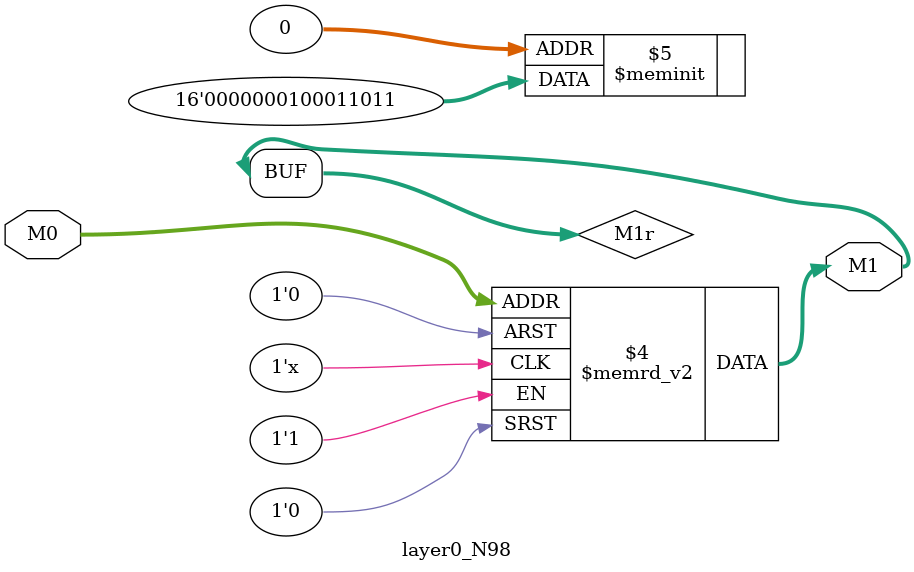
<source format=v>
module layer0_N98 ( input [2:0] M0, output [1:0] M1 );

	(*rom_style = "distributed" *) reg [1:0] M1r;
	assign M1 = M1r;
	always @ (M0) begin
		case (M0)
			3'b000: M1r = 2'b11;
			3'b100: M1r = 2'b01;
			3'b010: M1r = 2'b01;
			3'b110: M1r = 2'b00;
			3'b001: M1r = 2'b10;
			3'b101: M1r = 2'b00;
			3'b011: M1r = 2'b00;
			3'b111: M1r = 2'b00;

		endcase
	end
endmodule

</source>
